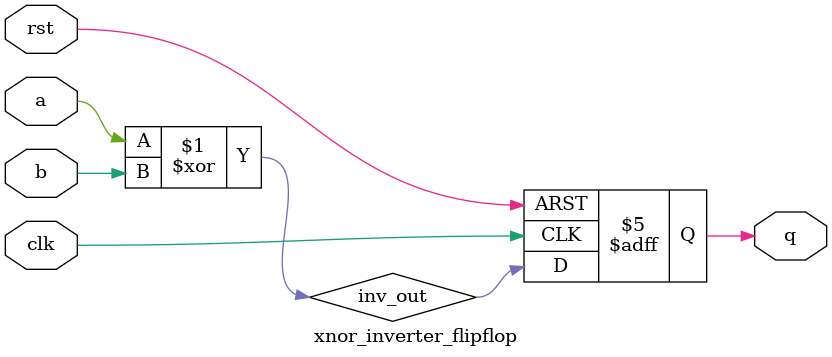
<source format=v>
module xnor_inverter_flipflop (
    input wire clk,
    input wire rst,
    input wire a,
    input wire b,
    output reg q
);

wire xnor_out, inv_out;

assign xnor_out = ~(a ^ b); // XNOR gate
assign inv_out = ~xnor_out;  // Inverter

always @(posedge clk or posedge rst) begin
    if (rst)
        q <= 0;
    else
        q <= inv_out;
end

endmodule

</source>
